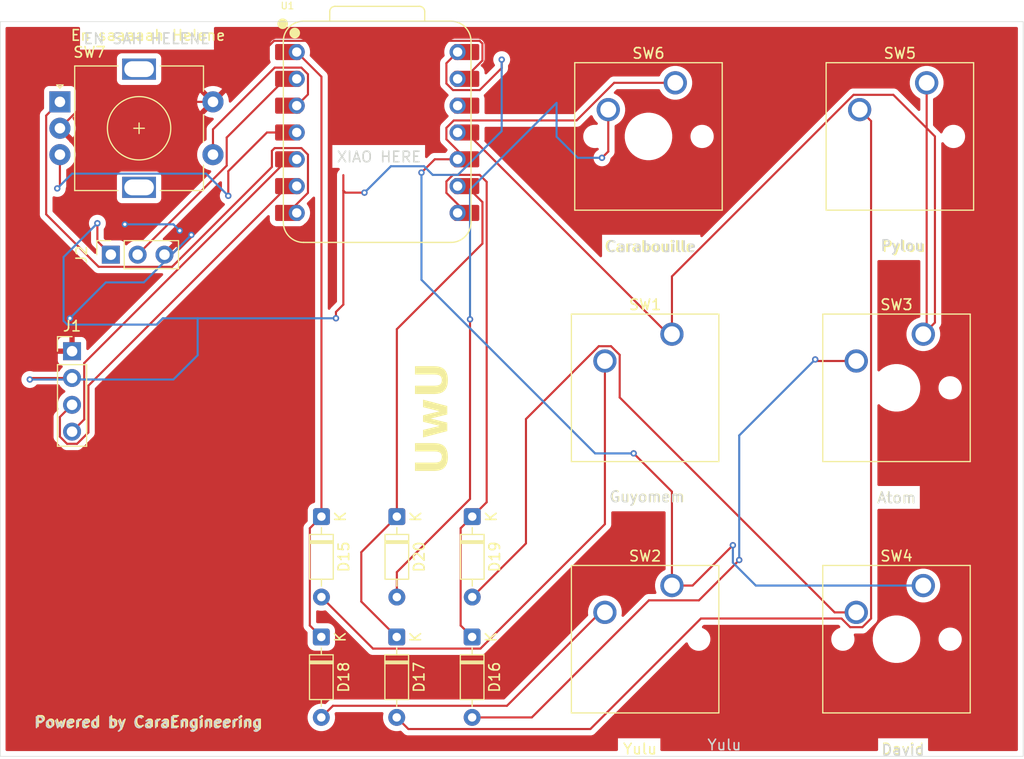
<source format=kicad_pcb>
(kicad_pcb (version 20241229) (generator "pcbnew") (generator_version "9.0")
  (layers (0 "F.Cu" signal) (2 "B.Cu" signal) (13 "F.Paste" user) (15 "B.Paste" user) (5 "F.SilkS" user "F.Silkscreen") (7 "B.SilkS" user "B.Silkscreen") (1 "F.Mask" user) (3 "B.Mask" user) (25 "Edge.Cuts" user))
  (net 0 "")
  (net 1 "GND")
  (net 2 "VCC")
  (net 3 "Net-(D1-DIN)")
  (net 4 "Net-(D15-K)")
  (net 5 "Net-(D15-A)")
  (net 6 "Net-(D16-K)")
  (net 7 "Net-(D16-A)")
  (net 8 "Net-(D17-K)")
  (net 9 "Net-(D17-A)")
  (net 10 "Net-(D18-A)")
  (net 11 "Net-(D19-A)")
  (net 12 "Net-(D20-A)")
  (net 13 "Net-(J1-Pin_4)")
  (net 14 "Net-(J1-Pin_3)")
  (net 15 "Net-(U1-GPIO3{slash}MOSI)")
  (net 16 "Net-(U1-GPIO4{slash}MISO)")
  (net 17 "Net-(U1-GPIO28{slash}ADC2{slash}A2)")
  (net 18 "Net-(U1-GPIO0{slash}TX)")
  (net 19 "Net-(U1-GPIO29{slash}ADC3{slash}A3)")
  (footprint "Button_Switch_Keyboard:SW_Cherry_MX_1.00u_PCB" (layer "F.Cu") (at 86.5275 70.02)
    (property "Reference" "SW2" (at -2.54 -2.794 0) (layer "F.SilkS"))
    (property "Value" "SW_Push")
    (fp_line (start -9.525 -1.905) (end 4.445 -1.905) (stroke (width 0.12)) (layer "F.SilkS"))
    (fp_line (start -9.525 12.065) (end -9.525 -1.905) (stroke (width 0.12)) (layer "F.SilkS"))
    (fp_line (start 4.445 -1.905) (end 4.445 12.065) (stroke (width 0.12)) (layer "F.SilkS"))
    (fp_line (start 4.445 12.065) (end -9.525 12.065) (stroke (width 0.12)) (layer "F.SilkS"))
    (pad "" np_thru_hole circle (at -7.62 5.08) (size 1.7 1.7) (drill 1.7) (layers "*.Cu" "*.Mask"))
    (pad "" np_thru_hole circle (at -2.54 5.08) (size 4 4) (drill 4) (layers "*.Cu" "*.Mask"))
    (pad "" np_thru_hole circle (at 2.54 5.08) (size 1.7 1.7) (drill 1.7) (layers "*.Cu" "*.Mask"))
    (pad "1" thru_hole circle (at 0 0) (size 2.2 2.2) (drill 1.5) (layers "*.Cu" "*.Mask") (net 16 "Net-(U1-GPIO4{slash}MISO)"))
    (pad "2" thru_hole circle (at -6.35 2.54) (size 2.2 2.2) (drill 1.5) (layers "*.Cu" "*.Mask") (net 10 "Net-(D18-A)"))
  )
  (footprint "Seeed Studio XIAO Series Library2:XIAO-RP2040-DIP" (layer "F.Cu") (at 58.6045 27.1)
    (property "Reference" "U1" (at -8.5 -12 0) (layer "F.SilkS") (effects (font (size 0.635 0.635) (thickness 0.1016))))
    (property "Value" "XIAO-RP2040-DIP")
    (fp_line (start -8.89 8.509) (end -8.89 -8.636) (stroke (width 0.127)) (layer "F.SilkS"))
    (fp_line (start -6.985 10.414) (end 6.985 10.414) (stroke (width 0.127)) (layer "F.SilkS"))
    (fp_line (start -4.495 -10.541) (end -4.491272 -11.451272) (stroke (width 0.127)) (layer "F.SilkS"))
    (fp_line (start -3.991272 -11.951) (end 4.004 -11.951) (stroke (width 0.127)) (layer "F.SilkS"))
    (fp_line (start 4.504 -11.451) (end 4.504 -10.541) (stroke (width 0.127)) (layer "F.SilkS"))
    (fp_line (start 6.985 -10.541) (end -6.985 -10.541) (stroke (width 0.1)) (layer "F.SilkS"))
    (fp_line (start 6.985 -10.541) (end -6.985 -10.541) (stroke (width 0.127)) (layer "F.SilkS"))
    (fp_line (start 8.89 8.509) (end 8.89 -8.636) (stroke (width 0.127)) (layer "F.SilkS"))
    (fp_arc (start -8.89 -8.636) (mid -8.332038 -9.983038) (end -6.985 -10.541) (stroke (width 0.127)) (layer "F.SilkS"))
    (fp_arc (start -6.985 10.414) (mid -8.332038 9.856038) (end -8.89 8.509) (stroke (width 0.127)) (layer "F.SilkS"))
    (fp_arc (start -4.491272 -11.451272) (mid -4.344728 -11.80464) (end -3.991272 -11.951) (stroke (width 0.127)) (layer "F.SilkS"))
    (fp_arc (start 4.004 -11.951) (mid 4.357553 -11.804553) (end 4.504 -11.451) (stroke (width 0.127)) (layer "F.SilkS"))
    (fp_arc (start 6.985 -10.541) (mid 8.332038 -9.983038) (end 8.89 -8.636) (stroke (width 0.127)) (layer "F.SilkS"))
    (fp_arc (start 8.89 8.509) (mid 8.332038 9.856038) (end 6.985 10.414) (stroke (width 0.127)) (layer "F.SilkS"))
    (fp_circle (center -8.95 -10.3) (end -8.95 -10.554) (stroke (width 0.5)) (fill yes) (layer "F.SilkS"))
    (fp_circle (center -7.807 -9.42) (end -7.807 -9.674) (stroke (width 0.5)) (fill yes) (layer "F.SilkS"))
    (pad "1" smd roundrect (at -8.455 -7.62 180) (size 2.432 1.524) (layers "F.Cu" "F.Mask") (roundrect_rratio 0.1) (net 4 "Net-(D15-K)"))
    (pad "1" thru_hole circle (at -7.62 -7.62 180) (size 1.524 1.524) (drill 0.889) (layers "*.Cu" "*.Mask") (net 4 "Net-(D15-K)"))
    (pad "2" smd roundrect (at -8.455 -5.08 180) (size 2.432 1.524) (layers "F.Cu" "F.Mask") (roundrect_rratio 0.1) (net 3 "Net-(D1-DIN)"))
    (pad "2" thru_hole circle (at -7.62 -5.08 180) (size 1.524 1.524) (drill 0.889) (layers "*.Cu" "*.Mask") (net 3 "Net-(D1-DIN)"))
    (pad "3" smd roundrect (at -8.455 -2.54 180) (size 2.432 1.524) (layers "F.Cu" "F.Mask") (roundrect_rratio 0.1) (net 17 "Net-(U1-GPIO28{slash}ADC2{slash}A2)"))
    (pad "3" thru_hole circle (at -7.62 -2.54 180) (size 1.524 1.524) (drill 0.889) (layers "*.Cu" "*.Mask") (net 17 "Net-(U1-GPIO28{slash}ADC2{slash}A2)"))
    (pad "4" smd roundrect (at -8.455 0 180) (size 2.432 1.524) (layers "F.Cu" "F.Mask") (roundrect_rratio 0.1) (net 19 "Net-(U1-GPIO29{slash}ADC3{slash}A3)"))
    (pad "4" thru_hole circle (at -7.62 0 180) (size 1.524 1.524) (drill 0.889) (layers "*.Cu" "*.Mask") (net 19 "Net-(U1-GPIO29{slash}ADC3{slash}A3)"))
    (pad "5" smd roundrect (at -8.455 2.54 180) (size 2.432 1.524) (layers "F.Cu" "F.Mask") (roundrect_rratio 0.1) (net 13 "Net-(J1-Pin_4)"))
    (pad "5" thru_hole circle (at -7.62 2.54 180) (size 1.524 1.524) (drill 0.889) (layers "*.Cu" "*.Mask") (net 13 "Net-(J1-Pin_4)"))
    (pad "6" smd roundrect (at -8.455 5.08 180) (size 2.432 1.524) (layers "F.Cu" "F.Mask") (roundrect_rratio 0.1) (net 14 "Net-(J1-Pin_3)"))
    (pad "6" thru_hole circle (at -7.62 5.08 180) (size 1.524 1.524) (drill 0.889) (layers "*.Cu" "*.Mask") (net 14 "Net-(J1-Pin_3)"))
    (pad "7" smd roundrect (at -8.455 7.62 180) (size 2.432 1.524) (layers "F.Cu" "F.Mask") (roundrect_rratio 0.1) (net 18 "Net-(U1-GPIO0{slash}TX)"))
    (pad "7" thru_hole circle (at -7.62 7.62 180) (size 1.524 1.524) (drill 0.889) (layers "*.Cu" "*.Mask") (net 18 "Net-(U1-GPIO0{slash}TX)"))
    (pad "8" thru_hole circle (at 7.62 7.62) (size 1.524 1.524) (drill 0.889) (layers "*.Cu" "*.Mask") (net 6 "Net-(D16-K)"))
    (pad "8" smd roundrect (at 8.455 7.62) (size 2.432 1.524) (layers "F.Cu" "F.Mask") (roundrect_rratio 0.1) (net 6 "Net-(D16-K)"))
    (pad "9" thru_hole circle (at 7.62 5.08) (size 1.524 1.524) (drill 0.889) (layers "*.Cu" "*.Mask") (net 8 "Net-(D17-K)"))
    (pad "9" smd roundrect (at 8.455 5.08) (size 2.432 1.524) (layers "F.Cu" "F.Mask") (roundrect_rratio 0.1) (net 8 "Net-(D17-K)"))
    (pad "10" thru_hole circle (at 7.62 2.54) (size 1.524 1.524) (drill 0.889) (layers "*.Cu" "*.Mask") (net 16 "Net-(U1-GPIO4{slash}MISO)"))
    (pad "10" smd roundrect (at 8.455 2.54) (size 2.432 1.524) (layers "F.Cu" "F.Mask") (roundrect_rratio 0.1) (net 16 "Net-(U1-GPIO4{slash}MISO)"))
    (pad "11" thru_hole circle (at 7.62 0) (size 1.524 1.524) (drill 0.889) (layers "*.Cu" "*.Mask") (net 15 "Net-(U1-GPIO3{slash}MOSI)"))
    (pad "11" smd roundrect (at 8.455 0) (size 2.432 1.524) (layers "F.Cu" "F.Mask") (roundrect_rratio 0.1) (net 15 "Net-(U1-GPIO3{slash}MOSI)"))
    (pad "12" thru_hole circle (at 7.62 -2.54) (size 1.524 1.524) (drill 0.889) (layers "*.Cu" "*.Mask"))
    (pad "12" smd roundrect (at 8.455 -2.54) (size 2.432 1.524) (layers "F.Cu" "F.Mask") (roundrect_rratio 0.1))
    (pad "13" thru_hole circle (at 7.62 -5.08) (size 1.524 1.524) (drill 0.889) (layers "*.Cu" "*.Mask") (net 1 "GND"))
    (pad "13" smd roundrect (at 8.455 -5.08) (size 2.432 1.524) (layers "F.Cu" "F.Mask") (roundrect_rratio 0.1) (net 1 "GND"))
    (pad "14" thru_hole circle (at 7.62 -7.62) (size 1.524 1.524) (drill 0.889) (layers "*.Cu" "*.Mask") (net 2 "VCC"))
    (pad "14" smd roundrect (at 8.455 -7.62) (size 2.432 1.524) (layers "F.Cu" "F.Mask") (roundrect_rratio 0.1) (net 2 "VCC"))
  )
  (footprint "Diode_THT:D_DO-35_SOD27_P7.62mm_Horizontal" (layer "F.Cu") (at 67.6 74.89 -90)
    (property "Reference" "D16" (at 3.81 -2.12 90) (layer "F.SilkS"))
    (property "Value" "1N4148")
    (fp_line (start 1.04 0) (end 1.69 0) (stroke (width 0.12)) (layer "F.SilkS"))
    (fp_line (start 6.58 0) (end 5.93 0) (stroke (width 0.12)) (layer "F.SilkS"))
    (fp_line (start 2.29 -1.12) (end 2.29 1.12) (stroke (width 0.12)) (layer "F.SilkS"))
    (fp_line (start 2.41 -1.12) (end 2.41 1.12) (stroke (width 0.12)) (layer "F.SilkS"))
    (fp_line (start 2.53 -1.12) (end 2.53 1.12) (stroke (width 0.12)) (layer "F.SilkS"))
    (fp_rect (start 1.69 -1.12) (end 5.93 1.12) (stroke (width 0.12)) (fill no) (layer "F.SilkS"))
    (fp_text user "K" (at 0 -1.8 90) (layer "F.SilkS"))
    (pad "1" thru_hole roundrect (at 0 0 270) (size 1.6 1.6) (drill 0.8) (layers "*.Cu" "*.Mask") (roundrect_rratio 0.15625) (net 6 "Net-(D16-K)"))
    (pad "2" thru_hole circle (at 7.62 0 270) (size 1.6 1.6) (drill 0.8) (layers "*.Cu" "*.Mask") (net 7 "Net-(D16-A)"))
  )
  (footprint "Diode_THT:D_DO-35_SOD27_P7.62mm_Horizontal" (layer "F.Cu") (at 60.45625 74.89 -90)
    (property "Reference" "D17" (at 3.81 -2.12 90) (layer "F.SilkS"))
    (property "Value" "1N4148")
    (fp_line (start 1.04 0) (end 1.69 0) (stroke (width 0.12)) (layer "F.SilkS"))
    (fp_line (start 6.58 0) (end 5.93 0) (stroke (width 0.12)) (layer "F.SilkS"))
    (fp_line (start 2.29 -1.12) (end 2.29 1.12) (stroke (width 0.12)) (layer "F.SilkS"))
    (fp_line (start 2.41 -1.12) (end 2.41 1.12) (stroke (width 0.12)) (layer "F.SilkS"))
    (fp_line (start 2.53 -1.12) (end 2.53 1.12) (stroke (width 0.12)) (layer "F.SilkS"))
    (fp_rect (start 1.69 -1.12) (end 5.93 1.12) (stroke (width 0.12)) (fill no) (layer "F.SilkS"))
    (fp_text user "K" (at 0 -1.8 90) (layer "F.SilkS"))
    (pad "1" thru_hole roundrect (at 0 0 270) (size 1.6 1.6) (drill 0.8) (layers "*.Cu" "*.Mask") (roundrect_rratio 0.15625) (net 8 "Net-(D17-K)"))
    (pad "2" thru_hole circle (at 7.62 0 270) (size 1.6 1.6) (drill 0.8) (layers "*.Cu" "*.Mask") (net 9 "Net-(D17-A)"))
  )
  (footprint "Caralogo:caralogo" (layer "F.Cu") (at 36.8 72.4)
    (property "Reference" "G***" (hide yes))
    (property "Value" "LOGO" (hide yes))
  )
  (footprint "Button_Switch_Keyboard:SW_Cherry_MX_1.00u_PCB" (layer "F.Cu") (at 110.6575 22.395)
    (property "Reference" "SW5" (at -2.54 -2.794 0) (layer "F.SilkS"))
    (property "Value" "SW_Push")
    (fp_line (start -9.525 -1.905) (end 4.445 -1.905) (stroke (width 0.12)) (layer "F.SilkS"))
    (fp_line (start -9.525 12.065) (end -9.525 -1.905) (stroke (width 0.12)) (layer "F.SilkS"))
    (fp_line (start 4.445 -1.905) (end 4.445 12.065) (stroke (width 0.12)) (layer "F.SilkS"))
    (fp_line (start 4.445 12.065) (end -9.525 12.065) (stroke (width 0.12)) (layer "F.SilkS"))
    (pad "" np_thru_hole circle (at -7.62 5.08) (size 1.7 1.7) (drill 1.7) (layers "*.Cu" "*.Mask"))
    (pad "" np_thru_hole circle (at -2.54 5.08) (size 4 4) (drill 4) (layers "*.Cu" "*.Mask"))
    (pad "" np_thru_hole circle (at 2.54 5.08) (size 1.7 1.7) (drill 1.7) (layers "*.Cu" "*.Mask"))
    (pad "1" thru_hole circle (at 0 0) (size 2.2 2.2) (drill 1.5) (layers "*.Cu" "*.Mask") (net 15 "Net-(U1-GPIO3{slash}MOSI)"))
    (pad "2" thru_hole circle (at -6.35 2.54) (size 2.2 2.2) (drill 1.5) (layers "*.Cu" "*.Mask") (net 9 "Net-(D17-A)"))
  )
  (footprint "Connector_PinHeader_2.54mm:PinHeader_1x04_P2.54mm_Vertical" (layer "F.Cu") (at 29.7 47.82)
    (property "Reference" "J1" (at 0 -2.38 0) (layer "F.SilkS"))
    (property "Value" "OLED")
    (fp_line (start -1.38 -1.38) (end 0 -1.38) (stroke (width 0.12)) (layer "F.SilkS"))
    (fp_line (start -1.38 0) (end -1.38 -1.38) (stroke (width 0.12)) (layer "F.SilkS"))
    (fp_line (start -1.38 1.27) (end -1.38 9) (stroke (width 0.12)) (layer "F.SilkS"))
    (fp_line (start -1.38 1.27) (end 1.38 1.27) (stroke (width 0.12)) (layer "F.SilkS"))
    (fp_line (start -1.38 9) (end 1.38 9) (stroke (width 0.12)) (layer "F.SilkS"))
    (fp_line (start 1.38 1.27) (end 1.38 9) (stroke (width 0.12)) (layer "F.SilkS"))
    (pad "1" thru_hole rect (at 0 0) (size 1.7 1.7) (drill 1) (layers "*.Cu" "*.Mask") (net 1 "GND"))
    (pad "2" thru_hole circle (at 0 2.54) (size 1.7 1.7) (drill 1) (layers "*.Cu" "*.Mask") (net 2 "VCC"))
    (pad "3" thru_hole circle (at 0 5.08) (size 1.7 1.7) (drill 1) (layers "*.Cu" "*.Mask") (net 14 "Net-(J1-Pin_3)"))
    (pad "4" thru_hole circle (at 0 7.62) (size 1.7 1.7) (drill 1) (layers "*.Cu" "*.Mask") (net 13 "Net-(J1-Pin_4)"))
  )
  (footprint "Diode_THT:D_DO-35_SOD27_P7.62mm_Horizontal" (layer "F.Cu") (at 53.3125 74.89 -90)
    (property "Reference" "D18" (at 3.81 -2.12 90) (layer "F.SilkS"))
    (property "Value" "1N4148")
    (fp_line (start 1.04 0) (end 1.69 0) (stroke (width 0.12)) (layer "F.SilkS"))
    (fp_line (start 6.58 0) (end 5.93 0) (stroke (width 0.12)) (layer "F.SilkS"))
    (fp_line (start 2.29 -1.12) (end 2.29 1.12) (stroke (width 0.12)) (layer "F.SilkS"))
    (fp_line (start 2.41 -1.12) (end 2.41 1.12) (stroke (width 0.12)) (layer "F.SilkS"))
    (fp_line (start 2.53 -1.12) (end 2.53 1.12) (stroke (width 0.12)) (layer "F.SilkS"))
    (fp_rect (start 1.69 -1.12) (end 5.93 1.12) (stroke (width 0.12)) (fill no) (layer "F.SilkS"))
    (fp_text user "K" (at 0 -1.8 90) (layer "F.SilkS"))
    (pad "1" thru_hole roundrect (at 0 0 270) (size 1.6 1.6) (drill 0.8) (layers "*.Cu" "*.Mask") (roundrect_rratio 0.15625) (net 4 "Net-(D15-K)"))
    (pad "2" thru_hole circle (at 7.62 0 270) (size 1.6 1.6) (drill 0.8) (layers "*.Cu" "*.Mask") (net 10 "Net-(D18-A)"))
  )
  (footprint "Connector_PinSocket_2.54mm:PinSocket_1x03_P2.54mm_Vertical" (layer "F.Cu") (at 33.375 38.675 90)
    (property "Reference" "J2" (at 0 -2.77 90) (layer "F.SilkS"))
    (property "Value" "Conn_01x03_Pin")
    (fp_line (start 1.33 -1.33) (end 1.33 0) (stroke (width 0.12)) (layer "F.SilkS"))
    (fp_line (start 0 -1.33) (end 1.33 -1.33) (stroke (width 0.12)) (layer "F.SilkS"))
    (fp_line (start 1.33 1.27) (end 1.33 6.41) (stroke (width 0.12)) (layer "F.SilkS"))
    (fp_line (start -1.33 1.27) (end 1.33 1.27) (stroke (width 0.12)) (layer "F.SilkS"))
    (fp_line (start -1.33 1.27) (end -1.33 6.41) (stroke (width 0.12)) (layer "F.SilkS"))
    (fp_line (start -1.33 6.41) (end 1.33 6.41) (stroke (width 0.12)) (layer "F.SilkS"))
    (pad "1" thru_hole rect (at 0 0 90) (size 1.7 1.7) (drill 1) (layers "*.Cu" "*.Mask") (net 2 "VCC"))
    (pad "2" thru_hole circle (at 0 2.54 90) (size 1.7 1.7) (drill 1) (layers "*.Cu" "*.Mask") (net 3 "Net-(D1-DIN)"))
    (pad "3" thru_hole circle (at 0 5.08 90) (size 1.7 1.7) (drill 1) (layers "*.Cu" "*.Mask") (net 1 "GND"))
  )
  (footprint "Diode_THT:D_DO-35_SOD27_P7.62mm_Horizontal" (layer "F.Cu") (at 67.6125 63.49 -90)
    (property "Reference" "D19" (at 3.81 -2.12 90) (layer "F.SilkS"))
    (property "Value" "1N4148")
    (fp_line (start 1.04 0) (end 1.69 0) (stroke (width 0.12)) (layer "F.SilkS"))
    (fp_line (start 6.58 0) (end 5.93 0) (stroke (width 0.12)) (layer "F.SilkS"))
    (fp_line (start 2.29 -1.12) (end 2.29 1.12) (stroke (width 0.12)) (layer "F.SilkS"))
    (fp_line (start 2.41 -1.12) (end 2.41 1.12) (stroke (width 0.12)) (layer "F.SilkS"))
    (fp_line (start 2.53 -1.12) (end 2.53 1.12) (stroke (width 0.12)) (layer "F.SilkS"))
    (fp_rect (start 1.69 -1.12) (end 5.93 1.12) (stroke (width 0.12)) (fill no) (layer "F.SilkS"))
    (fp_text user "K" (at 0 -1.8 90) (layer "F.SilkS"))
    (pad "1" thru_hole roundrect (at 0 0 270) (size 1.6 1.6) (drill 0.8) (layers "*.Cu" "*.Mask") (roundrect_rratio 0.15625) (net 6 "Net-(D16-K)"))
    (pad "2" thru_hole circle (at 7.62 0 270) (size 1.6 1.6) (drill 0.8) (layers "*.Cu" "*.Mask") (net 11 "Net-(D19-A)"))
  )
  (footprint "Diode_THT:D_DO-35_SOD27_P7.62mm_Horizontal" (layer "F.Cu") (at 60.46875 63.49 -90)
    (property "Reference" "D20" (at 3.81 -2.12 90) (layer "F.SilkS"))
    (property "Value" "1N4148")
    (fp_line (start 1.04 0) (end 1.69 0) (stroke (width 0.12)) (layer "F.SilkS"))
    (fp_line (start 6.58 0) (end 5.93 0) (stroke (width 0.12)) (layer "F.SilkS"))
    (fp_line (start 2.29 -1.12) (end 2.29 1.12) (stroke (width 0.12)) (layer "F.SilkS"))
    (fp_line (start 2.41 -1.12) (end 2.41 1.12) (stroke (width 0.12)) (layer "F.SilkS"))
    (fp_line (start 2.53 -1.12) (end 2.53 1.12) (stroke (width 0.12)) (layer "F.SilkS"))
    (fp_rect (start 1.69 -1.12) (end 5.93 1.12) (stroke (width 0.12)) (fill no) (layer "F.SilkS"))
    (fp_text user "K" (at 0 -1.8 90) (layer "F.SilkS"))
    (pad "1" thru_hole roundrect (at 0 0 270) (size 1.6 1.6) (drill 0.8) (layers "*.Cu" "*.Mask") (roundrect_rratio 0.15625) (net 8 "Net-(D17-K)"))
    (pad "2" thru_hole circle (at 7.62 0 270) (size 1.6 1.6) (drill 0.8) (layers "*.Cu" "*.Mask") (net 12 "Net-(D20-A)"))
  )
  (footprint "Button_Switch_Keyboard:SW_Cherry_MX_1.00u_PCB" (layer "F.Cu") (at 86.5275 46.2075)
    (property "Reference" "SW1" (at -2.54 -2.794 0) (layer "F.SilkS"))
    (property "Value" "SW_Push")
    (fp_line (start -9.525 -1.905) (end 4.445 -1.905) (stroke (width 0.12)) (layer "F.SilkS"))
    (fp_line (start -9.525 12.065) (end -9.525 -1.905) (stroke (width 0.12)) (layer "F.SilkS"))
    (fp_line (start 4.445 -1.905) (end 4.445 12.065) (stroke (width 0.12)) (layer "F.SilkS"))
    (fp_line (start 4.445 12.065) (end -9.525 12.065) (stroke (width 0.12)) (layer "F.SilkS"))
    (pad "" np_thru_hole circle (at -7.62 5.08) (size 1.7 1.7) (drill 1.7) (layers "*.Cu" "*.Mask"))
    (pad "" np_thru_hole circle (at -2.54 5.08) (size 4 4) (drill 4) (layers "*.Cu" "*.Mask"))
    (pad "" np_thru_hole circle (at 2.54 5.08) (size 1.7 1.7) (drill 1.7) (layers "*.Cu" "*.Mask"))
    (pad "1" thru_hole circle (at 0 0) (size 2.2 2.2) (drill 1.5) (layers "*.Cu" "*.Mask") (net 15 "Net-(U1-GPIO3{slash}MOSI)"))
    (pad "2" thru_hole circle (at -6.35 2.54) (size 2.2 2.2) (drill 1.5) (layers "*.Cu" "*.Mask") (net 5 "Net-(D15-A)"))
  )
  (footprint "Button_Switch_Keyboard:SW_Cherry_MX_1.00u_PCB" (layer "F.Cu") (at 110.34 70.02)
    (property "Reference" "SW4" (at -2.54 -2.794 0) (layer "F.SilkS"))
    (property "Value" "SW_Push")
    (fp_line (start -9.525 -1.905) (end 4.445 -1.905) (stroke (width 0.12)) (layer "F.SilkS"))
    (fp_line (start -9.525 12.065) (end -9.525 -1.905) (stroke (width 0.12)) (layer "F.SilkS"))
    (fp_line (start 4.445 -1.905) (end 4.445 12.065) (stroke (width 0.12)) (layer "F.SilkS"))
    (fp_line (start 4.445 12.065) (end -9.525 12.065) (stroke (width 0.12)) (layer "F.SilkS"))
    (pad "" np_thru_hole circle (at -7.62 5.08) (size 1.7 1.7) (drill 1.7) (layers "*.Cu" "*.Mask"))
    (pad "" np_thru_hole circle (at -2.54 5.08) (size 4 4) (drill 4) (layers "*.Cu" "*.Mask"))
    (pad "" np_thru_hole circle (at 2.54 5.08) (size 1.7 1.7) (drill 1.7) (layers "*.Cu" "*.Mask"))
    (pad "1" thru_hole circle (at 0 0) (size 2.2 2.2) (drill 1.5) (layers "*.Cu" "*.Mask") (net 16 "Net-(U1-GPIO4{slash}MISO)"))
    (pad "2" thru_hole circle (at -6.35 2.54) (size 2.2 2.2) (drill 1.5) (layers "*.Cu" "*.Mask") (net 11 "Net-(D19-A)"))
  )
  (footprint "Button_Switch_Keyboard:SW_Cherry_MX_1.00u_PCB" (layer "F.Cu") (at 110.34 46.2075)
    (property "Reference" "SW3" (at -2.54 -2.794 0) (layer "F.SilkS"))
    (property "Value" "SW_Push")
    (fp_line (start -9.525 -1.905) (end 4.445 -1.905) (stroke (width 0.12)) (layer "F.SilkS"))
    (fp_line (start -9.525 12.065) (end -9.525 -1.905) (stroke (width 0.12)) (layer "F.SilkS"))
    (fp_line (start 4.445 -1.905) (end 4.445 12.065) (stroke (width 0.12)) (layer "F.SilkS"))
    (fp_line (start 4.445 12.065) (end -9.525 12.065) (stroke (width 0.12)) (layer "F.SilkS"))
    (pad "" np_thru_hole circle (at -7.62 5.08) (size 1.7 1.7) (drill 1.7) (layers "*.Cu" "*.Mask"))
    (pad "" np_thru_hole circle (at -2.54 5.08) (size 4 4) (drill 4) (layers "*.Cu" "*.Mask"))
    (pad "" np_thru_hole circle (at 2.54 5.08) (size 1.7 1.7) (drill 1.7) (layers "*.Cu" "*.Mask"))
    (pad "1" thru_hole circle (at 0 0) (size 2.2 2.2) (drill 1.5) (layers "*.Cu" "*.Mask") (net 15 "Net-(U1-GPIO3{slash}MOSI)"))
    (pad "2" thru_hole circle (at -6.35 2.54) (size 2.2 2.2) (drill 1.5) (layers "*.Cu" "*.Mask") (net 7 "Net-(D16-A)"))
  )
  (footprint "Button_Switch_Keyboard:SW_Cherry_MX_1.00u_PCB" (layer "F.Cu") (at 86.845 22.395)
    (property "Reference" "SW6" (at -2.54 -2.794 0) (layer "F.SilkS"))
    (property "Value" "SW_Push")
    (fp_line (start -9.525 -1.905) (end 4.445 -1.905) (stroke (width 0.12)) (layer "F.SilkS"))
    (fp_line (start -9.525 12.065) (end -9.525 -1.905) (stroke (width 0.12)) (layer "F.SilkS"))
    (fp_line (start 4.445 -1.905) (end 4.445 12.065) (stroke (width 0.12)) (layer "F.SilkS"))
    (fp_line (start 4.445 12.065) (end -9.525 12.065) (stroke (width 0.12)) (layer "F.SilkS"))
    (pad "" np_thru_hole circle (at -7.62 5.08) (size 1.7 1.7) (drill 1.7) (layers "*.Cu" "*.Mask"))
    (pad "" np_thru_hole circle (at -2.54 5.08) (size 4 4) (drill 4) (layers "*.Cu" "*.Mask"))
    (pad "" np_thru_hole circle (at 2.54 5.08) (size 1.7 1.7) (drill 1.7) (layers "*.Cu" "*.Mask"))
    (pad "1" thru_hole circle (at 0 0) (size 2.2 2.2) (drill 1.5) (layers "*.Cu" "*.Mask") (net 16 "Net-(U1-GPIO4{slash}MISO)"))
    (pad "2" thru_hole circle (at -6.35 2.54) (size 2.2 2.2) (drill 1.5) (layers "*.Cu" "*.Mask") (net 12 "Net-(D20-A)"))
  )
  (footprint "Diode_THT:D_DO-35_SOD27_P7.62mm_Horizontal" (layer "F.Cu") (at 53.325 63.49 -90)
    (property "Reference" "D15" (at 3.81 -2.12 90) (layer "F.SilkS"))
    (property "Value" "1N4148")
    (fp_line (start 1.04 0) (end 1.69 0) (stroke (width 0.12)) (layer "F.SilkS"))
    (fp_line (start 6.58 0) (end 5.93 0) (stroke (width 0.12)) (layer "F.SilkS"))
    (fp_line (start 2.29 -1.12) (end 2.29 1.12) (stroke (width 0.12)) (layer "F.SilkS"))
    (fp_line (start 2.41 -1.12) (end 2.41 1.12) (stroke (width 0.12)) (layer "F.SilkS"))
    (fp_line (start 2.53 -1.12) (end 2.53 1.12) (stroke (width 0.12)) (layer "F.SilkS"))
    (fp_rect (start 1.69 -1.12) (end 5.93 1.12) (stroke (width 0.12)) (fill no) (layer "F.SilkS"))
    (fp_text user "K" (at 0 -1.8 90) (layer "F.SilkS"))
    (pad "1" thru_hole roundrect (at 0 0 270) (size 1.6 1.6) (drill 0.8) (layers "*.Cu" "*.Mask") (roundrect_rratio 0.15625) (net 4 "Net-(D15-K)"))
    (pad "2" thru_hole circle (at 7.62 0 270) (size 1.6 1.6) (drill 0.8) (layers "*.Cu" "*.Mask") (net 5 "Net-(D15-A)"))
  )
  (footprint "Rotary_Encoder:RotaryEncoder_Alps_EC11E-Switch_Vertical_H20mm" (layer "F.Cu") (at 28.55 24.2)
    (property "Reference" "SW7" (at 2.8 -4.7 0) (layer "F.SilkS"))
    (property "Value" "RotaryEncoder_Switch")
    (fp_line (start -0.3 -1.6) (end 0.3 -1.6) (stroke (width 0.12)) (layer "F.SilkS"))
    (fp_line (start 0 -1.3) (end -0.3 -1.6) (stroke (width 0.12)) (layer "F.SilkS"))
    (fp_line (start 0.3 -1.6) (end 0 -1.3) (stroke (width 0.12)) (layer "F.SilkS"))
    (fp_line (start 1.4 -3.4) (end 1.4 8.4) (stroke (width 0.12)) (layer "F.SilkS"))
    (fp_line (start 5.5 -3.4) (end 1.4 -3.4) (stroke (width 0.12)) (layer "F.SilkS"))
    (fp_line (start 5.5 8.4) (end 1.4 8.4) (stroke (width 0.12)) (layer "F.SilkS"))
    (fp_line (start 7 2.5) (end 8 2.5) (stroke (width 0.12)) (layer "F.SilkS"))
    (fp_line (start 7.5 2) (end 7.5 3) (stroke (width 0.12)) (layer "F.SilkS"))
    (fp_line (start 9.5 -3.4) (end 13.6 -3.4) (stroke (width 0.12)) (layer "F.SilkS"))
    (fp_line (start 13.6 -3.4) (end 13.6 -1) (stroke (width 0.12)) (layer "F.SilkS"))
    (fp_line (start 13.6 1.2) (end 13.6 3.8) (stroke (width 0.12)) (layer "F.SilkS"))
    (fp_line (start 13.6 6) (end 13.6 8.4) (stroke (width 0.12)) (layer "F.SilkS"))
    (fp_line (start 13.6 8.4) (end 9.5 8.4) (stroke (width 0.12)) (layer "F.SilkS"))
    (fp_circle (center 7.5 2.5) (end 10.5 2.5) (stroke (width 0.12)) (fill no) (layer "F.SilkS"))
    (pad "A" thru_hole rect (at 0 0) (size 2 2) (drill 1) (layers "*.Cu" "*.Mask") (net 18 "Net-(U1-GPIO0{slash}TX)"))
    (pad "B" thru_hole circle (at 0 5) (size 2 2) (drill 1) (layers "*.Cu" "*.Mask") (net 19 "Net-(U1-GPIO29{slash}ADC3{slash}A3)"))
    (pad "C" thru_hole circle (at 0 2.5) (size 2 2) (drill 1) (layers "*.Cu" "*.Mask") (net 1 "GND"))
    (pad "MP" thru_hole rect (at 7.5 -3.1) (size 3.2 2) (drill oval 2.8 1.5) (layers "*.Cu" "*.Mask"))
    (pad "MP" thru_hole rect (at 7.5 8.1) (size 3.2 2) (drill oval 2.8 1.5) (layers "*.Cu" "*.Mask"))
    (pad "S1" thru_hole circle (at 14.5 5) (size 2 2) (drill 1) (layers "*.Cu" "*.Mask") (net 17 "Net-(U1-GPIO28{slash}ADC2{slash}A2)"))
    (pad "S2" thru_hole circle (at 14.5 0) (size 2 2) (drill 1) (layers "*.Cu" "*.Mask") (net 1 "GND"))
  )
  (gr_rect (start 22.9 16.6) (end 119.8 86.2) (stroke (width 0.05)) (fill no) (layer "Edge.Cuts"))
  (gr_text "Yulu" (at 83.5 85.5 0) (layer "F.SilkS") (effects (font (size 1 1))))
  (gr_text "UwU" (at 64 54.2 90) (layer "F.SilkS") (effects (font (size 3 3) (thickness 0.2) (bold yes))))
  (gr_text "Powered by CaraEngineering" (at 37 82.9 0) (layer "F.SilkS") (effects (font (size 1 1))))
  (gr_text "Guyomem" (at 84.2 61.6 0) (layer "F.SilkS") (effects (font (size 1 1))))
  (gr_text "Carabouille" (at 84.4 37.9 0) (layer "F.SilkS") (effects (font (size 1 1))))
  (gr_text "Pylou" (at 108.5 37.9 0) (layer "F.SilkS") (effects (font (size 1 1))))
  (gr_text "Atom" (at 107.8 61.7 0) (layer "F.SilkS") (effects (font (size 1 1))))
  (gr_text "En saaaaah Helene" (at 36.9 17.9 0) (layer "F.SilkS") (effects (font (size 1 1))))
  (gr_text "David" (at 108.4 85.5 0) (layer "F.SilkS") (effects (font (size 1 1))))
  (gr_text "Yulu" (at 89.8 85.7 0) (layer "Edge.Cuts") (effects (font (size 1 1)) (justify left bottom)))
  (gr_text "Carabouille" (at 80.2 38.5 0) (layer "Edge.Cuts") (effects (font (size 1 1)) (justify left bottom)))
  (gr_text "Atom" (at 105.9 62.3 0) (layer "Edge.Cuts") (effects (font (size 1 1)) (justify left bottom)))
  (gr_text "David" (at 106.3 86.2 0) (layer "Edge.Cuts") (effects (font (size 1 1)) (justify left bottom)))
  (gr_text "EN SAH HELENE" (at 30.7 18.8 0) (layer "Edge.Cuts") (effects (font (size 1 1)) (justify left bottom)))
  (gr_text "Powered by CaraEngineering" (at 26 83.6 0) (layer "Edge.Cuts") (effects (font (size 1 1)) (justify left bottom)))
  (gr_text "Guyomem" (at 80.5 62.2 0) (layer "Edge.Cuts") (effects (font (size 1 1)) (justify left bottom)))
  (gr_text "XIAO HERE" (at 54.7 30 0) (layer "Edge.Cuts") (effects (font (size 1 1)) (justify left bottom)))
  (gr_text "Pylou" (at 106.2 38.4 0) (layer "Edge.Cuts") (effects (font (size 1 1)) (justify left bottom)))
  (segment (start 31.05 24.2) (end 28.55 26.7) (width 0.2) (layer "F.Cu") (net 1))
  (segment (start 68.5765 18.678374) (end 68.315126 18.417) (width 0.2) (layer "F.Cu") (net 1))
  (segment (start 48.833 18.417) (end 43.05 24.2) (width 0.2) (layer "F.Cu") (net 1))
  (segment (start 39.9 36.4) (end 39.7 36.6) (width 0.2) (layer "F.Cu") (net 1))
  (segment (start 28.55 26.7) (end 33.4 31.55) (width 0.2) (layer "F.Cu") (net 1))
  (segment (start 66.2245 22.02) (end 66.838126 22.02) (width 0.2) (layer "F.Cu") (net 1))
  (segment (start 68.315126 18.417) (end 48.833 18.417) (width 0.2) (layer "F.Cu") (net 1))
  (segment (start 39.125 38.675) (end 41 36.8) (width 0.2) (layer "F.Cu") (net 1))
  (segment (start 66.838126 22.02) (end 68.5765 20.281626) (width 0.2) (layer "F.Cu") (net 1))
  (segment (start 33.4 31.55) (end 33.4 34.5) (width 0.2) (layer "F.Cu") (net 1))
  (segment (start 38.455 38.675) (end 39.125 38.675) (width 0.2) (layer "F.Cu") (net 1))
  (segment (start 29.5 44.7) (end 29.7 44.9) (width 0.2) (layer "F.Cu") (net 1))
  (segment (start 33.4 34.5) (end 34.7 35.8) (width 0.2) (layer "F.Cu") (net 1))
  (segment (start 39.7 37.43) (end 38.455 38.675) (width 0.2) (layer "F.Cu") (net 1))
  (segment (start 43.05 24.2) (end 31.05 24.2) (width 0.2) (layer "F.Cu") (net 1))
  (segment (start 39.7 36.6) (end 39.7 37.43) (width 0.2) (layer "F.Cu") (net 1))
  (segment (start 68.5765 20.281626) (end 68.5765 18.678374) (width 0.2) (layer "F.Cu") (net 1))
  (segment (start 29.7 44.9) (end 29.7 47.82) (width 0.2) (layer "F.Cu") (net 1))
  (via (at 29.5 44.7) (size 0.6) (drill 0.3) (layers "F.Cu" "B.Cu") (net 1))
  (via (at 41 36.8) (size 0.6) (drill 0.3) (layers "F.Cu" "B.Cu") (net 1))
  (via (at 39.9 36.4) (size 0.6) (drill 0.3) (layers "F.Cu" "B.Cu") (net 1))
  (via (at 34.7 35.8) (size 0.6) (drill 0.3) (layers "F.Cu" "B.Cu") (net 1))
  (segment (start 41 36.8) (end 36.501 41.299) (width 0.2) (layer "B.Cu") (net 1))
  (segment (start 39.3 35.8) (end 39.9 36.4) (width 0.2) (layer "B.Cu") (net 1))
  (segment (start 32.901 41.299) (end 29.5 44.7) (width 0.2) (layer "B.Cu") (net 1))
  (segment (start 34.7 35.8) (end 39.3 35.8) (width 0.2) (layer "B.Cu") (net 1))
  (segment (start 36.501 41.299) (end 32.901 41.299) (width 0.2) (layer "B.Cu") (net 1))
  (segment (start 55.6 32.8) (end 55.4 32.6) (width 0.2) (layer "F.Cu") (net 2))
  (segment (start 65.1615 20.543) (end 65.1615 22.46031) (width 0.2) (layer "F.Cu") (net 2))
  (segment (start 66.2245 19.48) (end 65.1615 20.543) (width 0.2) (layer "F.Cu") (net 2))
  (segment (start 32.1 37.4) (end 32.1 35.7) (width 0.2) (layer "F.Cu") (net 2))
  (segment (start 55.4 43.4) (end 54.7 44.1) (width 0.2) (layer "F.Cu") (net 2))
  (segment (start 55.4 32.6) (end 55.4 43.4) (width 0.2) (layer "F.Cu") (net 2))
  (segment (start 29.7 50.36) (end 25.84 50.36) (width 0.2) (layer "F.Cu") (net 2))
  (segment (start 70.4 20.998126) (end 70.4 20.2) (width 0.2) (layer "F.Cu") (net 2))
  (segment (start 25.84 50.36) (end 25.7 50.5) (width 0.2) (layer "F.Cu") (net 2))
  (segment (start 33.375 38.675) (end 32.1 37.4) (width 0.2) (layer "F.Cu") (net 2))
  (segment (start 65.78419 23.083) (end 68.315126 23.083) (width 0.2) (layer "F.Cu") (net 2))
  (segment (start 57.4 32.8) (end 55.6 32.8) (width 0.2) (layer "F.Cu") (net 2))
  (segment (start 65.1615 22.46031) (end 65.78419 23.083) (width 0.2) (layer "F.Cu") (net 2))
  (segment (start 68.315126 23.083) (end 70.4 20.998126) (width 0.2) (layer "F.Cu") (net 2))
  (segment (start 54.7 44.1) (end 54.7 44.7) (width 0.2) (layer "F.Cu") (net 2))
  (segment (start 55.4 31.1395) (end 55.4 32.6) (width 0.2) (layer "F.Cu") (net 2))
  (via (at 32.1 35.7) (size 0.6) (drill 0.3) (layers "F.Cu" "B.Cu") (net 2))
  (via (at 57.4 32.8) (size 0.6) (drill 0.3) (layers "F.Cu" "B.Cu") (net 2))
  (via (at 70.4 20.2) (size 0.6) (drill 0.3) (layers "F.Cu" "B.Cu") (net 2))
  (via (at 25.7 50.5) (size 0.6) (drill 0.3) (layers "F.Cu" "B.Cu") (net 2))
  (via (at 54.7 44.7) (size 0.6) (drill 0.3) (layers "F.Cu" "B.Cu") (net 2))
  (segment (start 32.1 35.7) (end 28.899 38.901) (width 0.2) (layer "B.Cu") (net 2))
  (segment (start 28.899 38.901) (end 28.899 44.948943) (width 0.2) (layer "B.Cu") (net 2))
  (segment (start 39.3 50.5) (end 41.6 48.2) (width 0.2) (layer "B.Cu") (net 2))
  (segment (start 63.048943 30.299) (end 59.901 30.299) (width 0.2) (layer "B.Cu") (net 2))
  (segment (start 25.7 50.5) (end 39.3 50.5) (width 0.2) (layer "B.Cu") (net 2))
  (segment (start 28.899 44.948943) (end 29.251057 45.301) (width 0.2) (layer "B.Cu") (net 2))
  (segment (start 66.25081 31.117) (end 63.866943 31.117) (width 0.2) (layer "B.Cu") (net 2))
  (segment (start 59.901 30.299) (end 57.4 32.8) (width 0.2) (layer "B.Cu") (net 2))
  (segment (start 54.7 44.7) (end 41.6 44.7) (width 0.2) (layer "B.Cu") (net 2))
  (segment (start 70.4 26.96781) (end 66.25081 31.117) (width 0.2) (layer "B.Cu") (net 2))
  (segment (start 41.6 48.2) (end 41.6 44.7) (width 0.2) (layer "B.Cu") (net 2))
  (segment (start 63.866943 31.117) (end 63.048943 30.299) (width 0.2) (layer "B.Cu") (net 2))
  (segment (start 41.6 44.7) (end 38.3 44.7) (width 0.2) (layer "B.Cu") (net 2))
  (segment (start 37.699 45.301) (end 38.3 44.7) (width 0.2) (layer "B.Cu") (net 2))
  (segment (start 70.4 20.2) (end 70.4 26.96781) (width 0.2) (layer "B.Cu") (net 2))
  (segment (start 29.251057 45.301) (end 37.699 45.301) (width 0.2) (layer "B.Cu") (net 2))
  (segment (start 49.90687 22.02) (end 44.351 27.57587) (width 0.2) (layer "F.Cu") (net 3))
  (segment (start 50.9845 22.02) (end 49.90687 22.02) (width 0.2) (layer "F.Cu") (net 3))
  (segment (start 44.351 27.57587) (end 44.351 30.239) (width 0.2) (layer "F.Cu") (net 3))
  (segment (start 44.351 30.239) (end 35.915 38.675) (width 0.2) (layer "F.Cu") (net 3))
  (segment (start 50.9845 19.48) (end 53.325 21.8205) (width 0.2) (layer "F.Cu") (net 4))
  (segment (start 52.224 64.591) (end 52.224 73.8015) (width 0.2) (layer "F.Cu") (net 4))
  (segment (start 53.325 21.8205) (end 53.325 63.49) (width 0.2) (layer "F.Cu") (net 4))
  (segment (start 53.325 63.49) (end 52.224 64.591) (width 0.2) (layer "F.Cu") (net 4))
  (segment (start 52.224 73.8015) (end 53.3125 74.89) (width 0.2) (layer "F.Cu") (net 4))
  (segment (start 80.1775 64.19866) (end 80.1775 48.7475) (width 0.2) (layer "F.Cu") (net 5))
  (segment (start 68.38516 75.991) (end 80.1775 64.19866) (width 0.2) (layer "F.Cu") (net 5))
  (segment (start 53.325 71.11) (end 58.206 75.991) (width 0.2) (layer "F.Cu") (net 5))
  (segment (start 58.206 75.991) (end 68.38516 75.991) (width 0.2) (layer "F.Cu") (net 5))
  (segment (start 65.1615 32.822) (end 65.1615 31.73969) (width 0.2) (layer "F.Cu") (net 6))
  (segment (start 68.9775 62.125) (end 67.6125 63.49) (width 0.2) (layer "F.Cu") (net 6))
  (segment (start 67.6125 63.49) (end 66.5115 64.591) (width 0.2) (layer "F.Cu") (net 6))
  (segment (start 65.78419 31.117) (end 68.315126 31.117) (width 0.2) (layer "F.Cu") (net 6))
  (segment (start 66.5115 73.8015) (end 67.6 74.89) (width 0.2) (layer "F.Cu") (net 6))
  (segment (start 68.315126 31.117) (end 68.9775 31.779374) (width 0.2) (layer "F.Cu") (net 6))
  (segment (start 67.0595 34.72) (end 65.1615 32.822) (width 0.2) (layer "F.Cu") (net 6))
  (segment (start 65.1615 31.73969) (end 65.78419 31.117) (width 0.2) (layer "F.Cu") (net 6))
  (segment (start 68.9775 31.779374) (end 68.9775 62.125) (width 0.2) (layer "F.Cu") (net 6))
  (segment (start 66.5115 64.591) (end 66.5115 73.8015) (width 0.2) (layer "F.Cu") (net 6))
  (segment (start 67.6 82.51) (end 73.252684 82.51) (width 0.2) (layer "F.Cu") (net 7))
  (segment (start 73.252684 82.51) (end 84.341684 71.421) (width 0.2) (layer "F.Cu") (net 7))
  (segment (start 100.1 48.6) (end 100.2475 48.7475) (width 0.2) (layer "F.Cu") (net 7))
  (segment (start 84.341684 71.421) (end 89.079 71.421) (width 0.2) (layer "F.Cu") (net 7))
  (segment (start 100.2475 48.7475) (end 103.99 48.7475) (width 0.2) (layer "F.Cu") (net 7))
  (segment (start 89.079 71.421) (end 92.9 67.6) (width 0.2) (layer "F.Cu") (net 7))
  (via (at 92.9 67.6) (size 0.6) (drill 0.3) (layers "F.Cu" "B.Cu") (net 7))
  (via (at 100.1 48.6) (size 0.6) (drill 0.3) (layers "F.Cu" "B.Cu") (net 7))
  (segment (start 92.9 67.6) (end 92.9 55.8) (width 0.2) (layer "B.Cu") (net 7))
  (segment (start 92.9 55.8) (end 100.1 48.6) (width 0.2) (layer "B.Cu") (net 7))
  (segment (start 67.0595 32.18) (end 68.5765 33.697) (width 0.2) (layer "F.Cu") (net 8))
  (segment (start 68.5765 33.697) (end 68.5765 37.6235) (width 0.2) (layer "F.Cu") (net 8))
  (segment (start 68.5765 37.6235) (end 60.46875 45.73125) (width 0.2) (layer "F.Cu") (net 8))
  (segment (start 57.1 71.53375) (end 60.45625 74.89) (width 0.2) (layer "F.Cu") (net 8))
  (segment (start 60.46875 63.49) (end 57.1 66.85875) (width 0.2) (layer "F.Cu") (net 8))
  (segment (start 57.1 66.85875) (end 57.1 71.53375) (width 0.2) (layer "F.Cu") (net 8))
  (segment (start 60.46875 45.73125) (end 60.46875 63.49) (width 0.2) (layer "F.Cu") (net 8))
  (segment (start 104.570314 73.961) (end 105.391 73.140314) (width 0.2) (layer "F.Cu") (net 9))
  (segment (start 89.272002 73.140314) (end 102.589 73.140314) (width 0.2) (layer "F.Cu") (net 9))
  (segment (start 103.409686 73.961) (end 104.570314 73.961) (width 0.2) (layer "F.Cu") (net 9))
  (segment (start 60.45625 82.51) (end 61.55725 83.611) (width 0.2) (layer "F.Cu") (net 9))
  (segment (start 61.55725 83.611) (end 78.801316 83.611) (width 0.2) (layer "F.Cu") (net 9))
  (segment (start 78.801316 83.611) (end 89.272002 73.140314) (width 0.2) (layer "F.Cu") (net 9))
  (segment (start 102.589 73.140314) (end 103.409686 73.961) (width 0.2) (layer "F.Cu") (net 9))
  (segment (start 105.391 26.0185) (end 104.3075 24.935) (width 0.2) (layer "F.Cu") (net 9))
  (segment (start 105.391 73.140314) (end 105.391 26.0185) (width 0.2) (layer "F.Cu") (net 9))
  (segment (start 79.74903 72.56) (end 80.1775 72.56) (width 0.2) (layer "F.Cu") (net 10))
  (segment (start 54.4135 81.409) (end 70.90003 81.409) (width 0.2) (layer "F.Cu") (net 10))
  (segment (start 53.3125 82.51) (end 54.4135 81.409) (width 0.2) (layer "F.Cu") (net 10))
  (segment (start 70.90003 81.409) (end 79.74903 72.56) (width 0.2) (layer "F.Cu") (net 10))
  (segment (start 101.935184 72.56) (end 103.99 72.56) (width 0.2) (layer "F.Cu") (net 11))
  (segment (start 79.597186 47.3465) (end 80.757814 47.3465) (width 0.2) (layer "F.Cu") (net 11))
  (segment (start 72.69906 66.02344) (end 72.69906 54.244626) (width 0.2) (layer "F.Cu") (net 11))
  (segment (start 81.5785 52.203316) (end 101.935184 72.56) (width 0.2) (layer "F.Cu") (net 11))
  (segment (start 67.6125 71.11) (end 72.69906 66.02344) (width 0.2) (layer "F.Cu") (net 11))
  (segment (start 80.757814 47.3465) (end 81.5785 48.167186) (width 0.2) (layer "F.Cu") (net 11))
  (segment (start 72.69906 54.244626) (end 79.597186 47.3465) (width 0.2) (layer "F.Cu") (net 11))
  (segment (start 81.5785 48.167186) (end 81.5785 52.203316) (width 0.2) (layer "F.Cu") (net 11))
  (segment (start 67.4 61.81634) (end 67.4 44.8) (width 0.2) (layer "F.Cu") (net 12))
  (segment (start 80.495 24.935) (end 80.495 28.905) (width 0.2) (layer "F.Cu") (net 12))
  (segment (start 80.495 28.905) (end 79.9 29.5) (width 0.2) (layer "F.Cu") (net 12))
  (segment (start 60.46875 71.11) (end 60.46875 68.74759) (width 0.2) (layer "F.Cu") (net 12))
  (segment (start 60.46875 68.74759) (end 67.4 61.81634) (width 0.2) (layer "F.Cu") (net 12))
  (via (at 79.9 29.5) (size 0.6) (drill 0.3) (layers "F.Cu" "B.Cu") (net 12))
  (via (at 67.4 44.8) (size 0.6) (drill 0.3) (layers "F.Cu" "B.Cu") (net 12))
  (segment (start 67.4 32.5) (end 75.6 24.3) (width 0.2) (layer "B.Cu") (net 12))
  (segment (start 75.6 27.5) (end 75.6 24.3) (width 0.2) (layer "B.Cu") (net 12))
  (segment (start 67.4 44.8) (end 67.4 32.5) (width 0.2) (layer "B.Cu") (net 12))
  (segment (start 79.9 29.5) (end 77.6 29.5) (width 0.2) (layer "B.Cu") (net 12))
  (segment (start 77.6 29.5) (end 75.6 27.5) (width 0.2) (layer "B.Cu") (net 12))
  (segment (start 30.851 48.9385) (end 30.851 54.289) (width 0.2) (layer "F.Cu") (net 13))
  (segment (start 30.851 54.289) (end 29.7 55.44) (width 0.2) (layer "F.Cu") (net 13))
  (segment (start 50.1495 29.64) (end 30.851 48.9385) (width 0.2) (layer "F.Cu") (net 13))
  (segment (start 28.549 54.051) (end 29.7 52.9) (width 0.2) (layer "F.Cu") (net 14))
  (segment (start 50.1495 32.18) (end 31.252 51.0775) (width 0.2) (layer "F.Cu") (net 14))
  (segment (start 28.549 55.91676) (end 28.549 54.051) (width 0.2) (layer "F.Cu") (net 14))
  (segment (start 29.22324 56.591) (end 28.549 55.91676) (width 0.2) (layer "F.Cu") (net 14))
  (segment (start 31.252 55.51576) (end 30.17676 56.591) (width 0.2) (layer "F.Cu") (net 14))
  (segment (start 31.252 51.0775) (end 31.252 55.51576) (width 0.2) (layer "F.Cu") (net 14))
  (segment (start 30.17676 56.591) (end 29.22324 56.591) (width 0.2) (layer "F.Cu") (net 14))
  (segment (start 110.34 46.2075) (end 111.439999 45.107501) (width 0.2) (layer "F.Cu") (net 15))
  (segment (start 110.34 46.2075) (end 110.6575 45.89) (width 0.2) (layer "F.Cu") (net 15))
  (segment (start 111.439999 45.107501) (end 111.439999 27.472683) (width 0.2) (layer "F.Cu") (net 15))
  (segment (start 103.727186 23.534) (end 86.5275 40.733686) (width 0.2) (layer "F.Cu") (net 15))
  (segment (start 110.6575 45.89) (end 110.6575 22.395) (width 0.2) (layer "F.Cu") (net 15))
  (segment (start 107.501316 23.534) (end 103.727186 23.534) (width 0.2) (layer "F.Cu") (net 15))
  (segment (start 111.439999 27.472683) (end 107.501316 23.534) (width 0.2) (layer "F.Cu") (net 15))
  (segment (start 86.167 46.2075) (end 86.5275 46.2075) (width 0.2) (layer "F.Cu") (net 15))
  (segment (start 86.5275 40.733686) (end 86.5275 46.2075) (width 0.2) (layer "F.Cu") (net 15))
  (segment (start 67.0595 27.1) (end 86.167 46.2075) (width 0.2) (layer "F.Cu") (net 15))
  (segment (start 65.860533 25.960657) (end 77.488029 25.960657) (width 0.2) (layer "F.Cu") (net 16))
  (segment (start 65.1615 27.742) (end 65.1615 26.65969) (width 0.2) (layer "F.Cu") (net 16))
  (segment (start 86.5275 70.02) (end 88.48 70.02) (width 0.2) (layer "F.Cu") (net 16))
  (segment (start 62.8 30.9) (end 64.06 29.64) (width 0.2) (layer "F.Cu") (net 16))
  (segment (start 65.1615 26.65969) (end 65.860533 25.960657) (width 0.2) (layer "F.Cu") (net 16))
  (segment (start 81.053686 22.395) (end 86.845 22.395) (width 0.2) (layer "F.Cu") (net 16))
  (segment (start 86.5275 61.1275) (end 82.9 57.5) (width 0.2) (layer "F.Cu") (net 16))
  (segment (start 86.5275 70.02) (end 86.5275 61.1275) (width 0.2) (layer "F.Cu") (net 16))
  (segment (start 67.0595 29.64) (end 65.1615 27.742) (width 0.2) (layer "F.Cu") (net 16))
  (segment (start 88.48 70.02) (end 92.3 66.2) (width 0.2) (layer "F.Cu") (net 16))
  (segment (start 77.488029 25.960657) (end 81.053686 22.395) (width 0.2) (layer "F.Cu") (net 16))
  (segment (start 64.06 29.64) (end 66.2245 29.64) (width 0.2) (layer "F.Cu") (net 16))
  (via (at 62.8 30.9) (size 0.6) (drill 0.3) (layers "F.Cu" "B.Cu") (net 16))
  (via (at 92.3 66.2) (size 0.6) (drill 0.3) (layers "F.Cu" "B.Cu") (net 16))
  (via (at 82.9 57.5) (size 0.6) (drill 0.3) (layers "F.Cu" "B.Cu") (net 16))
  (segment (start 82.9 57.5) (end 79.250057 57.5) (width 0.2) (layer "B.Cu") (net 16))
  (segment (start 94.470057 70.02) (end 110.34 70.02) (width 0.2) (layer "B.Cu") (net 16))
  (segment (start 92.3 66.2) (end 92.3 67.849943) (width 0.2) (layer "B.Cu") (net 16))
  (segment (start 79.250057 57.5) (end 62.8 41.049943) (width 0.2) (layer "B.Cu") (net 16))
  (segment (start 62.8 41.049943) (end 62.8 30.9) (width 0.2) (layer "B.Cu") (net 16))
  (segment (start 92.3 67.849943) (end 94.470057 70.02) (width 0.2) (layer "B.Cu") (net 16))
  (segment (start 48.893874 20.957) (end 43.05 26.800874) (width 0.2) (layer "F.Cu") (net 17))
  (segment (start 52.0475 21.57969) (end 51.42481 20.957) (width 0.2) (layer "F.Cu") (net 17))
  (segment (start 43.05 26.800874) (end 43.05 29.2) (width 0.2) (layer "F.Cu") (net 17))
  (segment (start 52.0475 23.497) (end 52.0475 21.57969) (width 0.2) (layer "F.Cu") (net 17))
  (segment (start 50.9845 24.56) (end 52.0475 23.497) (width 0.2) (layer "F.Cu") (net 17))
  (segment (start 51.42481 20.957) (end 48.893874 20.957) (width 0.2) (layer "F.Cu") (net 17))
  (segment (start 51.42481 28.577) (end 48.893874 28.577) (width 0.2) (layer "F.Cu") (net 18))
  (segment (start 52.0475 32.822) (end 52.0475 29.19969) (width 0.2) (layer "F.Cu") (net 18))
  (segment (start 48.6325 30.3675) (end 39.174 39.826) (width 0.2) (layer "F.Cu") (net 18))
  (segment (start 48.893874 28.577) (end 48.6325 28.838374) (width 0.2) (layer "F.Cu") (net 18))
  (segment (start 48.6325 28.838374) (end 48.6325 30.3675) (width 0.2) (layer "F.Cu") (net 18))
  (segment (start 50.1495 34.72) (end 52.0475 32.822) (width 0.2) (layer "F.Cu") (net 18))
  (segment (start 27.249 34.851) (end 27.249 25.501) (width 0.2) (layer "F.Cu") (net 18))
  (segment (start 39.174 39.826) (end 32.224 39.826) (width 0.2) (layer "F.Cu") (net 18))
  (segment (start 52.0475 29.19969) (end 51.42481 28.577) (width 0.2) (layer "F.Cu") (net 18))
  (segment (start 27.249 25.501) (end 28.55 24.2) (width 0.2) (layer "F.Cu") (net 18))
  (segment (start 32.224 39.826) (end 27.249 34.851) (width 0.2) (layer "F.Cu") (net 18))
  (segment (start 28.55 32.15) (end 28.55 29.2) (width 0.2) (layer "F.Cu") (net 19))
  (segment (start 28.3 32.4) (end 28.55 32.15) (width 0.2) (layer "F.Cu") (net 19))
  (segment (start 44.5 30.76424) (end 44.5 33.1) (width 0.2) (layer "F.Cu") (net 19))
  (segment (start 48.16424 27.1) (end 44.5 30.76424) (width 0.2) (layer "F.Cu") (net 19))
  (segment (start 50.9845 27.1) (end 48.16424 27.1) (width 0.2) (layer "F.Cu") (net 19))
  (via (at 28.3 32.4) (size 0.6) (drill 0.3) (layers "F.Cu" "B.Cu") (net 19))
  (via (at 44.5 33.1) (size 0.6) (drill 0.3) (layers "F.Cu" "B.Cu") (net 19))
  (segment (start 44.5 33.1) (end 42.399 30.999) (width 0.2) (layer "B.Cu") (net 19))
  (segment (start 42.399 30.999) (end 29.701 30.999) (width 0.2) (layer "B.Cu") (net 19))
  (segment (start 29.701 30.999) (end 28.3 32.4) (width 0.2) (layer "B.Cu") (net 19))
  (zone (net 1) (net_name "GND") (layer "F.Cu") (connect_pads (clearance 0.5)) (min_thickness 0.25) (fill yes (thermal_gap 0.5) (thermal_bridge_width 0.5))
    (polygon (pts (xy 119.8 48.9) (xy 119.9 16.8) (xy 23.1 16.8) (xy 23 86.2) (xy 119.6 86) (xy 119.8 44.4) (xy 119.7 44.5)))
  )
)
</source>
